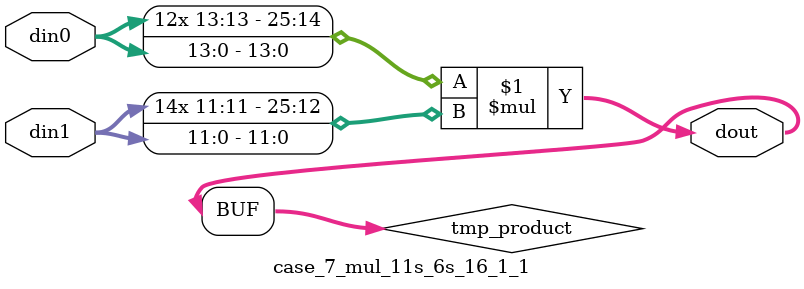
<source format=v>

`timescale 1 ns / 1 ps

 module case_7_mul_11s_6s_16_1_1(din0, din1, dout);
parameter ID = 1;
parameter NUM_STAGE = 0;
parameter din0_WIDTH = 14;
parameter din1_WIDTH = 12;
parameter dout_WIDTH = 26;

input [din0_WIDTH - 1 : 0] din0; 
input [din1_WIDTH - 1 : 0] din1; 
output [dout_WIDTH - 1 : 0] dout;

wire signed [dout_WIDTH - 1 : 0] tmp_product;



























assign tmp_product = $signed(din0) * $signed(din1);








assign dout = tmp_product;





















endmodule

</source>
